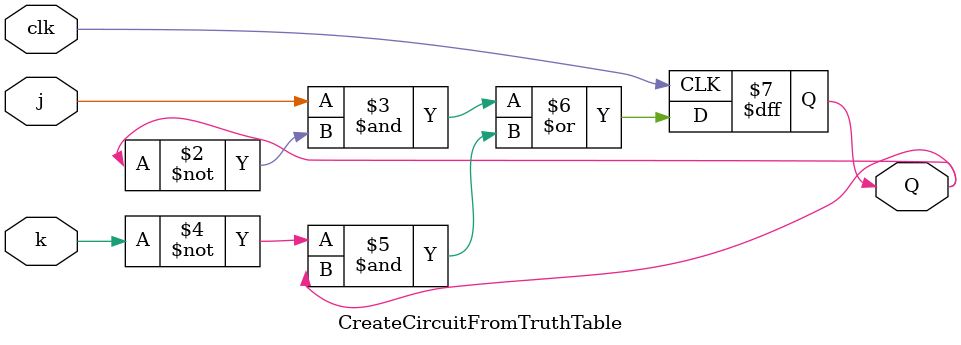
<source format=v>


module CreateCircuitFromTruthTable
(
  input clk,
  input j,
  input k,
  output reg Q
);


  always @(posedge clk) begin
    Q <= j & ~Q | ~k & Q;
  end


endmodule


</source>
